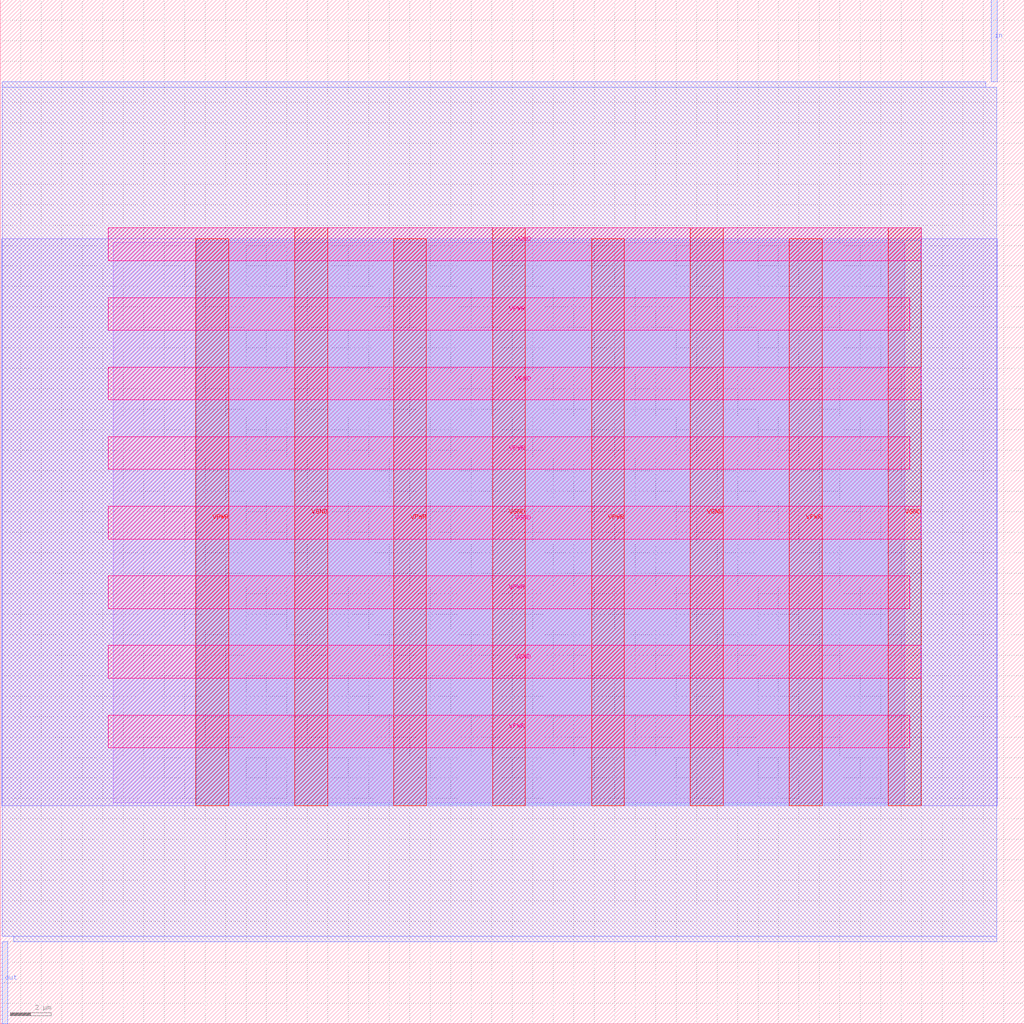
<source format=lef>
VERSION 5.7 ;
  NOWIREEXTENSIONATPIN ON ;
  DIVIDERCHAR "/" ;
  BUSBITCHARS "[]" ;
MACRO inverter
  CLASS BLOCK ;
  FOREIGN inverter ;
  ORIGIN 0.000 0.000 ;
  SIZE 50.000 BY 50.000 ;
  PIN VGND
    DIRECTION INOUT ;
    USE GROUND ;
    PORT
      LAYER met4 ;
        RECT 14.380 10.640 15.980 38.855 ;
    END
    PORT
      LAYER met4 ;
        RECT 24.040 10.640 25.640 38.855 ;
    END
    PORT
      LAYER met4 ;
        RECT 33.700 10.640 35.300 38.855 ;
    END
    PORT
      LAYER met4 ;
        RECT 43.360 10.640 44.960 38.855 ;
    END
    PORT
      LAYER met5 ;
        RECT 5.280 16.870 44.960 18.470 ;
    END
    PORT
      LAYER met5 ;
        RECT 5.280 23.665 44.960 25.265 ;
    END
    PORT
      LAYER met5 ;
        RECT 5.280 30.460 44.960 32.060 ;
    END
    PORT
      LAYER met5 ;
        RECT 5.280 37.255 44.960 38.855 ;
    END
  END VGND
  PIN VPWR
    DIRECTION INOUT ;
    USE POWER ;
    PORT
      LAYER met4 ;
        RECT 9.550 10.640 11.150 38.320 ;
    END
    PORT
      LAYER met4 ;
        RECT 19.210 10.640 20.810 38.320 ;
    END
    PORT
      LAYER met4 ;
        RECT 28.870 10.640 30.470 38.320 ;
    END
    PORT
      LAYER met4 ;
        RECT 38.530 10.640 40.130 38.320 ;
    END
    PORT
      LAYER met5 ;
        RECT 5.280 13.475 44.400 15.075 ;
    END
    PORT
      LAYER met5 ;
        RECT 5.280 20.270 44.400 21.870 ;
    END
    PORT
      LAYER met5 ;
        RECT 5.280 27.065 44.400 28.665 ;
    END
    PORT
      LAYER met5 ;
        RECT 5.280 33.860 44.400 35.460 ;
    END
  END VPWR
  PIN in
    DIRECTION INPUT ;
    USE SIGNAL ;
    PORT
      LAYER met2 ;
        RECT 48.390 46.000 48.670 50.000 ;
    END
  END in
  PIN out
    DIRECTION OUTPUT TRISTATE ;
    USE SIGNAL ;
    PORT
      LAYER met2 ;
        RECT 0.090 0.000 0.370 4.000 ;
    END
  END out
  OBS
      LAYER li1 ;
        RECT 5.520 10.795 44.160 38.165 ;
      LAYER met1 ;
        RECT 0.070 10.640 48.690 38.320 ;
      LAYER met2 ;
        RECT 0.100 45.720 48.110 46.000 ;
        RECT 0.100 4.280 48.660 45.720 ;
        RECT 0.650 4.000 48.660 4.280 ;
      LAYER met3 ;
        RECT 9.560 10.715 44.950 38.245 ;
  END
END inverter
END LIBRARY


</source>
